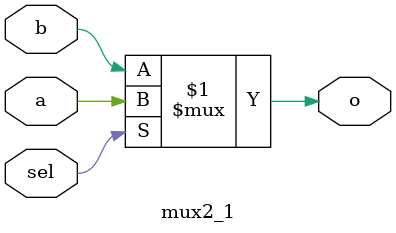
<source format=v>
`timescale 1ns / 1ps

module mux2_1
	(input a,b,
	input sel,
	output o);
	
	assign o = sel ? a : b;

endmodule
</source>
